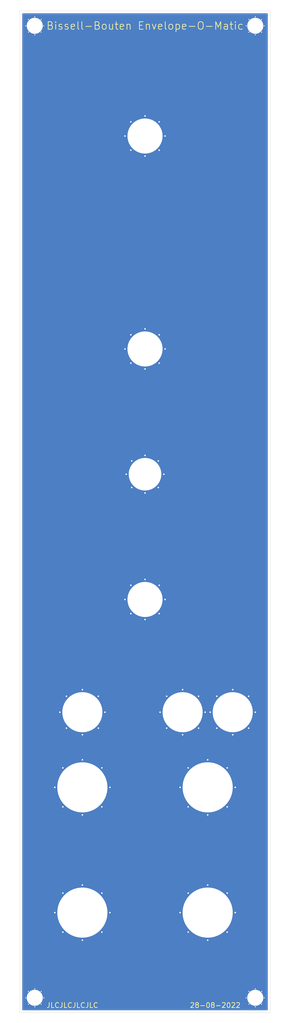
<source format=kicad_pcb>
(kicad_pcb (version 20211014) (generator pcbnew)
  (title_block (title "Envelope-o-Matic") (date "28-08-2022") (rev "1.0") (company "Harry Bissell/Jos Bouten") (comment 1 "Kosmo front panel by TimMJN"))
  (layers (0 "F.Cu" signal) (31 "B.Cu" signal) (36 "B.SilkS" user "B.Silkscreen") (37 "F.SilkS" user "F.Silkscreen") (38 "B.Mask" user) (39 "F.Mask" user) (44 "Edge.Cuts" user))
  (net 0 "")
  (net 1 "GND")
  (footprint "TimMJN:MountingHole_3.2mm_4mm_pad_stitched" (layer "F.Cu") (at 78 43)
    (fp_text reference "H4")
    (fp_text value "MountingHole_Pad")
    (pad "1" thru_hole circle (at -1.272792 1.272792 315) (size 0.4 0.4) (drill 0.2) (layers *.Cu *.Mask) (net 1 "GND"))
    (pad "1" thru_hole circle (at 1.8 0) (size 0.4 0.4) (drill 0.2) (layers *.Cu *.Mask) (net 1 "GND"))
    (pad "1" thru_hole circle (at 1.272792 1.272792 315) (size 0.4 0.4) (drill 0.2) (layers *.Cu *.Mask) (net 1 "GND"))
    (pad "1" thru_hole circle (at 0 0) (size 4 4) (drill 3.2) (layers *.Cu *.Mask) (net 1 "GND"))
    (pad "1" thru_hole circle (at 0 1.8) (size 0.4 0.4) (drill 0.2) (layers *.Cu *.Mask) (net 1 "GND"))
    (pad "1" thru_hole circle (at -1.272792 -1.272792 315) (size 0.4 0.4) (drill 0.2) (layers *.Cu *.Mask) (net 1 "GND"))
    (pad "1" thru_hole circle (at -1.8 0) (size 0.4 0.4) (drill 0.2) (layers *.Cu *.Mask) (net 1 "GND"))
    (pad "1" thru_hole circle (at 0 -1.8) (size 0.4 0.4) (drill 0.2) (layers *.Cu *.Mask) (net 1 "GND"))
    (pad "1" thru_hole circle (at 1.272792 -1.272792 315) (size 0.4 0.4) (drill 0.2) (layers *.Cu *.Mask) (net 1 "GND"))
  )
  (footprint "TimMJN:MountingHole_3.2mm_4mm_pad_stitched" (layer "F.Cu") (at 78 237)
    (fp_text reference "H1")
    (fp_text value "MountingHole_Pad")
    (pad "1" thru_hole circle (at -1.8 0) (size 0.4 0.4) (drill 0.2) (layers *.Cu *.Mask) (net 1 "GND"))
    (pad "1" thru_hole circle (at 1.8 0) (size 0.4 0.4) (drill 0.2) (layers *.Cu *.Mask) (net 1 "GND"))
    (pad "1" thru_hole circle (at -1.272792 1.272792 315) (size 0.4 0.4) (drill 0.2) (layers *.Cu *.Mask) (net 1 "GND"))
    (pad "1" thru_hole circle (at 1.272792 1.272792 315) (size 0.4 0.4) (drill 0.2) (layers *.Cu *.Mask) (net 1 "GND"))
    (pad "1" thru_hole circle (at 0 -1.8) (size 0.4 0.4) (drill 0.2) (layers *.Cu *.Mask) (net 1 "GND"))
    (pad "1" thru_hole circle (at 1.272792 -1.272792 315) (size 0.4 0.4) (drill 0.2) (layers *.Cu *.Mask) (net 1 "GND"))
    (pad "1" thru_hole circle (at 0 0) (size 4 4) (drill 3.2) (layers *.Cu *.Mask) (net 1 "GND"))
    (pad "1" thru_hole circle (at -1.272792 -1.272792 315) (size 0.4 0.4) (drill 0.2) (layers *.Cu *.Mask) (net 1 "GND"))
    (pad "1" thru_hole circle (at 0 1.8) (size 0.4 0.4) (drill 0.2) (layers *.Cu *.Mask) (net 1 "GND"))
  )
  (footprint "TimMJN:MountingHole_7mm_9mm_pad_stitched" (layer "F.Cu") (at 100 157.5)
    (fp_text reference "H14")
    (fp_text value "MountingHole_Pad")
    (pad "1" thru_hole circle locked (at -4 0 90) (size 0.6 0.6) (drill 0.3) (layers *.Cu *.Mask) (net 1 "GND"))
    (pad "1" thru_hole circle locked (at 0 4 180) (size 0.6 0.6) (drill 0.3) (layers *.Cu *.Mask) (net 1 "GND"))
    (pad "1" thru_hole circle locked (at -2.828427 -2.828427 45) (size 0.6 0.6) (drill 0.3) (layers *.Cu *.Mask) (net 1 "GND"))
    (pad "1" thru_hole circle locked (at 0 -4) (size 0.6 0.6) (drill 0.3) (layers *.Cu *.Mask) (net 1 "GND"))
    (pad "1" thru_hole circle locked (at 0 0) (size 9 9) (drill 7) (layers *.Cu *.Mask) (net 1 "GND"))
    (pad "1" thru_hole circle locked (at 4 0 270) (size 0.6 0.6) (drill 0.3) (layers *.Cu *.Mask) (net 1 "GND"))
    (pad "1" thru_hole circle locked (at 2.828427 2.828427 225) (size 0.6 0.6) (drill 0.3) (layers *.Cu *.Mask) (net 1 "GND"))
    (pad "1" thru_hole circle locked (at 2.828427 -2.828427 315) (size 0.6 0.6) (drill 0.3) (layers *.Cu *.Mask) (net 1 "GND"))
    (pad "1" thru_hole circle locked (at -2.828427 2.828427 135) (size 0.6 0.6) (drill 0.3) (layers *.Cu *.Mask) (net 1 "GND"))
  )
  (footprint "TimMJN:MountingHole_8mm_10mm_pad_stitched" (layer "F.Cu") (at 107.5 180)
    (fp_text reference "H5")
    (fp_text value "MountingHole_Pad")
    (pad "1" thru_hole circle locked (at 3.181981 -3.181981 315) (size 0.6 0.6) (drill 0.3) (layers *.Cu *.Mask) (net 1 "GND"))
    (pad "1" thru_hole circle locked (at -4.5 0 90) (size 0.6 0.6) (drill 0.3) (layers *.Cu *.Mask) (net 1 "GND"))
    (pad "1" thru_hole circle locked (at 0 0) (size 10 10) (drill 8) (layers *.Cu *.Mask) (net 1 "GND"))
    (pad "1" thru_hole circle locked (at 3.181981 3.181981 225) (size 0.6 0.6) (drill 0.3) (layers *.Cu *.Mask) (net 1 "GND"))
    (pad "1" thru_hole circle locked (at -3.181981 -3.181981 45) (size 0.6 0.6) (drill 0.3) (layers *.Cu *.Mask) (net 1 "GND"))
    (pad "1" thru_hole circle locked (at 0 -4.5) (size 0.6 0.6) (drill 0.3) (layers *.Cu *.Mask) (net 1 "GND"))
    (pad "1" thru_hole circle locked (at -3.181981 3.181981 135) (size 0.6 0.6) (drill 0.3) (layers *.Cu *.Mask) (net 1 "GND"))
    (pad "1" thru_hole circle locked (at 4.5 0 270) (size 0.6 0.6) (drill 0.3) (layers *.Cu *.Mask) (net 1 "GND"))
    (pad "1" thru_hole circle locked (at 0 4.5 180) (size 0.6 0.6) (drill 0.3) (layers *.Cu *.Mask) (net 1 "GND"))
  )
  (footprint "TimMJN:MountingHole_7mm_9mm_pad_stitched" (layer "F.Cu") (at 100 65)
    (fp_text reference "H13")
    (fp_text value "MountingHole_Pad")
    (pad "1" thru_hole circle locked (at -4 0 90) (size 0.6 0.6) (drill 0.3) (layers *.Cu *.Mask) (net 1 "GND"))
    (pad "1" thru_hole circle locked (at 2.828427 2.828427 225) (size 0.6 0.6) (drill 0.3) (layers *.Cu *.Mask) (net 1 "GND"))
    (pad "1" thru_hole circle locked (at 0 0) (size 9 9) (drill 7) (layers *.Cu *.Mask) (net 1 "GND"))
    (pad "1" thru_hole circle locked (at -2.828427 -2.828427 45) (size 0.6 0.6) (drill 0.3) (layers *.Cu *.Mask) (net 1 "GND"))
    (pad "1" thru_hole circle locked (at 2.828427 -2.828427 315) (size 0.6 0.6) (drill 0.3) (layers *.Cu *.Mask) (net 1 "GND"))
    (pad "1" thru_hole circle locked (at 0 4 180) (size 0.6 0.6) (drill 0.3) (layers *.Cu *.Mask) (net 1 "GND"))
    (pad "1" thru_hole circle locked (at 4 0 270) (size 0.6 0.6) (drill 0.3) (layers *.Cu *.Mask) (net 1 "GND"))
    (pad "1" thru_hole circle locked (at 0 -4) (size 0.6 0.6) (drill 0.3) (layers *.Cu *.Mask) (net 1 "GND"))
    (pad "1" thru_hole circle locked (at -2.828427 2.828427 135) (size 0.6 0.6) (drill 0.3) (layers *.Cu *.Mask) (net 1 "GND"))
  )
  (footprint "TimMJN:MountingHole_10mm_14mm_pad_stitched" (layer "F.Cu") (at 87.5 195)
    (fp_text reference "H10")
    (fp_text value "MountingHole_Pad")
    (pad "1" thru_hole circle locked (at 0 0) (size 14 14) (drill 10) (layers *.Cu *.Mask) (net 1 "GND"))
    (pad "1" thru_hole circle locked (at 3.889087 -3.889087 315) (size 0.6 0.6) (drill 0.3) (layers *.Cu *.Mask) (net 1 "GND"))
    (pad "1" thru_hole circle locked (at 5.5 0 270) (size 0.6 0.6) (drill 0.3) (layers *.Cu *.Mask) (net 1 "GND"))
    (pad "1" thru_hole circle locked (at -5.5 0 90) (size 0.6 0.6) (drill 0.3) (layers *.Cu *.Mask) (net 1 "GND"))
    (pad "1" thru_hole circle locked (at -3.889087 3.889087 135) (size 0.6 0.6) (drill 0.3) (layers *.Cu *.Mask) (net 1 "GND"))
    (pad "1" thru_hole circle locked (at 3.889087 3.889087 225) (size 0.6 0.6) (drill 0.3) (layers *.Cu *.Mask) (net 1 "GND"))
    (pad "1" thru_hole circle locked (at -3.889087 -3.889087 45) (size 0.6 0.6) (drill 0.3) (layers *.Cu *.Mask) (net 1 "GND"))
    (pad "1" thru_hole circle locked (at 0 -5.5) (size 0.6 0.6) (drill 0.3) (layers *.Cu *.Mask) (net 1 "GND"))
    (pad "1" thru_hole circle locked (at 0 5.5 180) (size 0.6 0.6) (drill 0.3) (layers *.Cu *.Mask) (net 1 "GND"))
  )
  (footprint "TimMJN:MountingHole_10mm_14mm_pad_stitched" (layer "F.Cu") (at 112.5 195)
    (fp_text reference "H11")
    (fp_text value "MountingHole_Pad")
    (pad "1" thru_hole circle locked (at -3.889087 3.889087 135) (size 0.6 0.6) (drill 0.3) (layers *.Cu *.Mask) (net 1 "GND"))
    (pad "1" thru_hole circle locked (at 0 -5.5) (size 0.6 0.6) (drill 0.3) (layers *.Cu *.Mask) (net 1 "GND"))
    (pad "1" thru_hole circle locked (at -5.5 0 90) (size 0.6 0.6) (drill 0.3) (layers *.Cu *.Mask) (net 1 "GND"))
    (pad "1" thru_hole circle locked (at 3.889087 3.889087 225) (size 0.6 0.6) (drill 0.3) (layers *.Cu *.Mask) (net 1 "GND"))
    (pad "1" thru_hole circle locked (at -3.889087 -3.889087 45) (size 0.6 0.6) (drill 0.3) (layers *.Cu *.Mask) (net 1 "GND"))
    (pad "1" thru_hole circle locked (at 0 0) (size 14 14) (drill 10) (layers *.Cu *.Mask) (net 1 "GND"))
    (pad "1" thru_hole circle locked (at 3.889087 -3.889087 315) (size 0.6 0.6) (drill 0.3) (layers *.Cu *.Mask) (net 1 "GND"))
    (pad "1" thru_hole circle locked (at 5.5 0 270) (size 0.6 0.6) (drill 0.3) (layers *.Cu *.Mask) (net 1 "GND"))
    (pad "1" thru_hole circle locked (at 0 5.5 180) (size 0.6 0.6) (drill 0.3) (layers *.Cu *.Mask) (net 1 "GND"))
  )
  (footprint "TimMJN:MountingHole_3.2mm_4mm_pad_stitched" (layer "F.Cu") (at 122 237)
    (fp_text reference "H2")
    (fp_text value "MountingHole_Pad")
    (pad "1" thru_hole circle (at 0 0) (size 4 4) (drill 3.2) (layers *.Cu *.Mask) (net 1 "GND"))
    (pad "1" thru_hole circle (at 0 1.8) (size 0.4 0.4) (drill 0.2) (layers *.Cu *.Mask) (net 1 "GND"))
    (pad "1" thru_hole circle (at 0 -1.8) (size 0.4 0.4) (drill 0.2) (layers *.Cu *.Mask) (net 1 "GND"))
    (pad "1" thru_hole circle (at 1.8 0) (size 0.4 0.4) (drill 0.2) (layers *.Cu *.Mask) (net 1 "GND"))
    (pad "1" thru_hole circle (at 1.272792 -1.272792 315) (size 0.4 0.4) (drill 0.2) (layers *.Cu *.Mask) (net 1 "GND"))
    (pad "1" thru_hole circle (at 1.272792 1.272792 315) (size 0.4 0.4) (drill 0.2) (layers *.Cu *.Mask) (net 1 "GND"))
    (pad "1" thru_hole circle (at -1.8 0) (size 0.4 0.4) (drill 0.2) (layers *.Cu *.Mask) (net 1 "GND"))
    (pad "1" thru_hole circle (at -1.272792 1.272792 315) (size 0.4 0.4) (drill 0.2) (layers *.Cu *.Mask) (net 1 "GND"))
    (pad "1" thru_hole circle (at -1.272792 -1.272792 315) (size 0.4 0.4) (drill 0.2) (layers *.Cu *.Mask) (net 1 "GND"))
  )
  (footprint "TimMJN:MountingHole_8mm_10mm_pad_stitched" (layer "F.Cu") (at 117.5 180)
    (fp_text reference "H6")
    (fp_text value "MountingHole_Pad")
    (pad "1" thru_hole circle locked (at 0 0) (size 10 10) (drill 8) (layers *.Cu *.Mask) (net 1 "GND"))
    (pad "1" thru_hole circle locked (at -4.5 0 90) (size 0.6 0.6) (drill 0.3) (layers *.Cu *.Mask) (net 1 "GND"))
    (pad "1" thru_hole circle locked (at 4.5 0 270) (size 0.6 0.6) (drill 0.3) (layers *.Cu *.Mask) (net 1 "GND"))
    (pad "1" thru_hole circle locked (at 0 -4.5) (size 0.6 0.6) (drill 0.3) (layers *.Cu *.Mask) (net 1 "GND"))
    (pad "1" thru_hole circle locked (at -3.181981 3.181981 135) (size 0.6 0.6) (drill 0.3) (layers *.Cu *.Mask) (net 1 "GND"))
    (pad "1" thru_hole circle locked (at 3.181981 -3.181981 315) (size 0.6 0.6) (drill 0.3) (layers *.Cu *.Mask) (net 1 "GND"))
    (pad "1" thru_hole circle locked (at 0 4.5 180) (size 0.6 0.6) (drill 0.3) (layers *.Cu *.Mask) (net 1 "GND"))
    (pad "1" thru_hole circle locked (at 3.181981 3.181981 225) (size 0.6 0.6) (drill 0.3) (layers *.Cu *.Mask) (net 1 "GND"))
    (pad "1" thru_hole circle locked (at -3.181981 -3.181981 45) (size 0.6 0.6) (drill 0.3) (layers *.Cu *.Mask) (net 1 "GND"))
  )
  (footprint "TimMJN:MountingHole_10mm_14mm_pad_stitched" (layer "F.Cu") (at 87.5 220)
    (fp_text reference "H9")
    (fp_text value "MountingHole_Pad")
    (pad "1" thru_hole circle locked (at 5.5 0 270) (size 0.6 0.6) (drill 0.3) (layers *.Cu *.Mask) (net 1 "GND"))
    (pad "1" thru_hole circle locked (at -3.889087 -3.889087 45) (size 0.6 0.6) (drill 0.3) (layers *.Cu *.Mask) (net 1 "GND"))
    (pad "1" thru_hole circle locked (at 0 5.5 180) (size 0.6 0.6) (drill 0.3) (layers *.Cu *.Mask) (net 1 "GND"))
    (pad "1" thru_hole circle locked (at -5.5 0 90) (size 0.6 0.6) (drill 0.3) (layers *.Cu *.Mask) (net 1 "GND"))
    (pad "1" thru_hole circle locked (at 0 0) (size 14 14) (drill 10) (layers *.Cu *.Mask) (net 1 "GND"))
    (pad "1" thru_hole circle locked (at 3.889087 -3.889087 315) (size 0.6 0.6) (drill 0.3) (layers *.Cu *.Mask) (net 1 "GND"))
    (pad "1" thru_hole circle locked (at 0 -5.5) (size 0.6 0.6) (drill 0.3) (layers *.Cu *.Mask) (net 1 "GND"))
    (pad "1" thru_hole circle locked (at 3.889087 3.889087 225) (size 0.6 0.6) (drill 0.3) (layers *.Cu *.Mask) (net 1 "GND"))
    (pad "1" thru_hole circle locked (at -3.889087 3.889087 135) (size 0.6 0.6) (drill 0.3) (layers *.Cu *.Mask) (net 1 "GND"))
  )
  (footprint "TimMJN:MountingHole_7mm_9mm_pad_stitched" (layer "F.Cu") (at 100 107.5)
    (fp_text reference "H15")
    (fp_text value "MountingHole_Pad")
    (pad "1" thru_hole circle locked (at 4 0 270) (size 0.6 0.6) (drill 0.3) (layers *.Cu *.Mask) (net 1 "GND"))
    (pad "1" thru_hole circle locked (at 0 4 180) (size 0.6 0.6) (drill 0.3) (layers *.Cu *.Mask) (net 1 "GND"))
    (pad "1" thru_hole circle locked (at 2.828427 -2.828427 315) (size 0.6 0.6) (drill 0.3) (layers *.Cu *.Mask) (net 1 "GND"))
    (pad "1" thru_hole circle locked (at 2.828427 2.828427 225) (size 0.6 0.6) (drill 0.3) (layers *.Cu *.Mask) (net 1 "GND"))
    (pad "1" thru_hole circle locked (at -2.828427 2.828427 135) (size 0.6 0.6) (drill 0.3) (layers *.Cu *.Mask) (net 1 "GND"))
    (pad "1" thru_hole circle locked (at 0 -4) (size 0.6 0.6) (drill 0.3) (layers *.Cu *.Mask) (net 1 "GND"))
    (pad "1" thru_hole circle locked (at 0 0) (size 9 9) (drill 7) (layers *.Cu *.Mask) (net 1 "GND"))
    (pad "1" thru_hole circle locked (at -2.828427 -2.828427 45) (size 0.6 0.6) (drill 0.3) (layers *.Cu *.Mask) (net 1 "GND"))
    (pad "1" thru_hole circle locked (at -4 0 90) (size 0.6 0.6) (drill 0.3) (layers *.Cu *.Mask) (net 1 "GND"))
  )
  (footprint "TimMJN:MountingHole_10mm_14mm_pad_stitched" (layer "F.Cu") (at 112.5 220)
    (fp_text reference "H8")
    (fp_text value "MountingHole_Pad")
    (pad "1" thru_hole circle locked (at -3.889087 3.889087 135) (size 0.6 0.6) (drill 0.3) (layers *.Cu *.Mask) (net 1 "GND"))
    (pad "1" thru_hole circle locked (at 0 -5.5) (size 0.6 0.6) (drill 0.3) (layers *.Cu *.Mask) (net 1 "GND"))
    (pad "1" thru_hole circle locked (at 3.889087 3.889087 225) (size 0.6 0.6) (drill 0.3) (layers *.Cu *.Mask) (net 1 "GND"))
    (pad "1" thru_hole circle locked (at -3.889087 -3.889087 45) (size 0.6 0.6) (drill 0.3) (layers *.Cu *.Mask) (net 1 "GND"))
    (pad "1" thru_hole circle locked (at 3.889087 -3.889087 315) (size 0.6 0.6) (drill 0.3) (layers *.Cu *.Mask) (net 1 "GND"))
    (pad "1" thru_hole circle locked (at 5.5 0 270) (size 0.6 0.6) (drill 0.3) (layers *.Cu *.Mask) (net 1 "GND"))
    (pad "1" thru_hole circle locked (at 0 5.5 180) (size 0.6 0.6) (drill 0.3) (layers *.Cu *.Mask) (net 1 "GND"))
    (pad "1" thru_hole circle locked (at -5.5 0 90) (size 0.6 0.6) (drill 0.3) (layers *.Cu *.Mask) (net 1 "GND"))
    (pad "1" thru_hole circle locked (at 0 0) (size 14 14) (drill 10) (layers *.Cu *.Mask) (net 1 "GND"))
  )
  (footprint "TimMJN:MountingHole_8mm_10mm_pad_stitched" (layer "F.Cu") (at 87.5 180)
    (fp_text reference "H7")
    (fp_text value "MountingHole_Pad")
    (pad "1" thru_hole circle locked (at 4.5 0 270) (size 0.6 0.6) (drill 0.3) (layers *.Cu *.Mask) (net 1 "GND"))
    (pad "1" thru_hole circle locked (at -3.181981 -3.181981 45) (size 0.6 0.6) (drill 0.3) (layers *.Cu *.Mask) (net 1 "GND"))
    (pad "1" thru_hole circle locked (at 3.181981 3.181981 225) (size 0.6 0.6) (drill 0.3) (layers *.Cu *.Mask) (net 1 "GND"))
    (pad "1" thru_hole circle locked (at -3.181981 3.181981 135) (size 0.6 0.6) (drill 0.3) (layers *.Cu *.Mask) (net 1 "GND"))
    (pad "1" thru_hole circle locked (at 0 -4.5) (size 0.6 0.6) (drill 0.3) (layers *.Cu *.Mask) (net 1 "GND"))
    (pad "1" thru_hole circle locked (at 0 0) (size 10 10) (drill 8) (layers *.Cu *.Mask) (net 1 "GND"))
    (pad "1" thru_hole circle locked (at 3.181981 -3.181981 315) (size 0.6 0.6) (drill 0.3) (layers *.Cu *.Mask) (net 1 "GND"))
    (pad "1" thru_hole circle locked (at -4.5 0 90) (size 0.6 0.6) (drill 0.3) (layers *.Cu *.Mask) (net 1 "GND"))
    (pad "1" thru_hole circle locked (at 0 4.5 180) (size 0.6 0.6) (drill 0.3) (layers *.Cu *.Mask) (net 1 "GND"))
  )
  (footprint "TimMJN:MountingHole_3.2mm_4mm_pad_stitched" (layer "F.Cu") (at 122 43)
    (fp_text reference "H3")
    (fp_text value "MountingHole_Pad")
    (pad "1" thru_hole circle (at -1.272792 -1.272792 315) (size 0.4 0.4) (drill 0.2) (layers *.Cu *.Mask) (net 1 "GND"))
    (pad "1" thru_hole circle (at -1.272792 1.272792 315) (size 0.4 0.4) (drill 0.2) (layers *.Cu *.Mask) (net 1 "GND"))
    (pad "1" thru_hole circle (at 1.272792 1.272792 315) (size 0.4 0.4) (drill 0.2) (layers *.Cu *.Mask) (net 1 "GND"))
    (pad "1" thru_hole circle (at 0 1.8) (size 0.4 0.4) (drill 0.2) (layers *.Cu *.Mask) (net 1 "GND"))
    (pad "1" thru_hole circle (at 1.272792 -1.272792 315) (size 0.4 0.4) (drill 0.2) (layers *.Cu *.Mask) (net 1 "GND"))
    (pad "1" thru_hole circle (at -1.8 0) (size 0.4 0.4) (drill 0.2) (layers *.Cu *.Mask) (net 1 "GND"))
    (pad "1" thru_hole circle (at 1.8 0) (size 0.4 0.4) (drill 0.2) (layers *.Cu *.Mask) (net 1 "GND"))
    (pad "1" thru_hole circle (at 0 -1.8) (size 0.4 0.4) (drill 0.2) (layers *.Cu *.Mask) (net 1 "GND"))
    (pad "1" thru_hole circle (at 0 0) (size 4 4) (drill 3.2) (layers *.Cu *.Mask) (net 1 "GND"))
  )
  (footprint "TimMJN:MountingHole_6.5mm_8.5mm_pad_stitched" (layer "F.Cu") (at 100 132.5)
    (fp_text reference "H12")
    (fp_text value "MountingHole_Pad")
    (pad "1" thru_hole circle locked (at 0 3.75 180) (size 0.6 0.6) (drill 0.3) (layers *.Cu *.Mask) (net 1 "GND"))
    (pad "1" thru_hole circle locked (at -2.65165 -2.65165 45) (size 0.6 0.6) (drill 0.3) (layers *.Cu *.Mask) (net 1 "GND"))
    (pad "1" thru_hole circle locked (at 2.65165 2.65165 225) (size 0.6 0.6) (drill 0.3) (layers *.Cu *.Mask) (net 1 "GND"))
    (pad "1" thru_hole circle locked (at 0 0) (size 8.5 8.5) (drill 6.5) (layers *.Cu *.Mask) (net 1 "GND"))
    (pad "1" thru_hole circle locked (at -3.75 0 90) (size 0.6 0.6) (drill 0.3) (layers *.Cu *.Mask) (net 1 "GND"))
    (pad "1" thru_hole circle locked (at -2.65165 2.65165 135) (size 0.6 0.6) (drill 0.3) (layers *.Cu *.Mask) (net 1 "GND"))
    (pad "1" thru_hole circle locked (at 3.75 0 270) (size 0.6 0.6) (drill 0.3) (layers *.Cu *.Mask) (net 1 "GND"))
    (pad "1" thru_hole circle locked (at 0 -3.75) (size 0.6 0.6) (drill 0.3) (layers *.Cu *.Mask) (net 1 "GND"))
    (pad "1" thru_hole circle locked (at 2.65165 -2.65165 315) (size 0.6 0.6) (drill 0.3) (layers *.Cu *.Mask) (net 1 "GND"))
  )
  (gr_line (start 75 40) (end 125 40) (layer "Edge.Cuts") (width 0.05))
  (gr_line (start 125 40) (end 125 240) (layer "Edge.Cuts") (width 0.05))
  (gr_line (start 75 240) (end 75 40) (layer "Edge.Cuts") (width 0.05))
  (gr_line (start 125 240) (end 75 240) (layer "Edge.Cuts") (width 0.05))
  (gr_text "Bissell-Bouten Envelope-O-Matic" (at 100 43) (layer "F.SilkS") (effects (font (size 1.5 1.5))))
  (gr_text "JLCJLCJLCJLC" (at 85.5 238.5) (layer "F.SilkS") (effects (font (size 1 1))))
  (gr_text "28-08-2022" (at 114 238.5) (layer "F.SilkS") (effects (font (size 1 1))))
  (zone (net 1) (net_name "GND") (layer "F.Cu") (connect_pads yes (clearance 0.508)) (min_thickness 0.254) (fill yes (thermal_gap 0.508) (thermal_bridge_width 0.508))
    (polygon (pts (xy 125 240) (xy 75 239.5) (xy 75 40) (xy 125 40)))
  )
  (zone (net 1) (net_name "GND") (layer "B.Cu") (connect_pads yes (clearance 0.508)) (min_thickness 0.254) (fill yes (thermal_gap 0.508) (thermal_bridge_width 0.508))
    (polygon (pts (xy 125 240) (xy 75 240) (xy 75 40) (xy 125 40)))
  )
)
</source>
